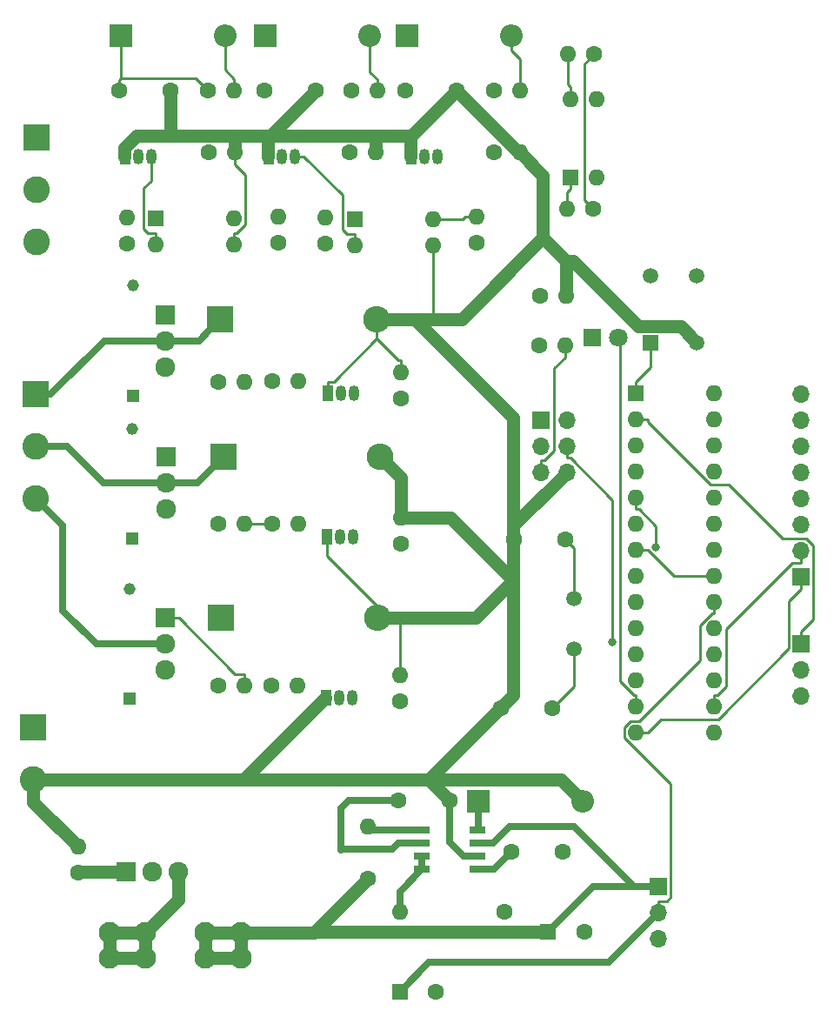
<source format=gbr>
%TF.GenerationSoftware,KiCad,Pcbnew,7.0.1*%
%TF.CreationDate,2023-05-14T18:13:28-07:00*%
%TF.ProjectId,BasicBitch328pThingy,42617369-6342-4697-9463-683332387054,rev?*%
%TF.SameCoordinates,Original*%
%TF.FileFunction,Copper,L1,Top*%
%TF.FilePolarity,Positive*%
%FSLAX46Y46*%
G04 Gerber Fmt 4.6, Leading zero omitted, Abs format (unit mm)*
G04 Created by KiCad (PCBNEW 7.0.1) date 2023-05-14 18:13:28*
%MOMM*%
%LPD*%
G01*
G04 APERTURE LIST*
%TA.AperFunction,ComponentPad*%
%ADD10R,1.050000X1.500000*%
%TD*%
%TA.AperFunction,ComponentPad*%
%ADD11O,1.050000X1.500000*%
%TD*%
%TA.AperFunction,ComponentPad*%
%ADD12C,1.600000*%
%TD*%
%TA.AperFunction,ComponentPad*%
%ADD13O,1.600000X1.600000*%
%TD*%
%TA.AperFunction,ComponentPad*%
%ADD14R,2.600000X2.600000*%
%TD*%
%TA.AperFunction,ComponentPad*%
%ADD15C,2.600000*%
%TD*%
%TA.AperFunction,ComponentPad*%
%ADD16R,1.700000X1.700000*%
%TD*%
%TA.AperFunction,ComponentPad*%
%ADD17O,1.700000X1.700000*%
%TD*%
%TA.AperFunction,ComponentPad*%
%ADD18R,1.600000X1.600000*%
%TD*%
%TA.AperFunction,ComponentPad*%
%ADD19O,2.600000X2.600000*%
%TD*%
%TA.AperFunction,ComponentPad*%
%ADD20R,1.150000X1.150000*%
%TD*%
%TA.AperFunction,ComponentPad*%
%ADD21C,1.150000*%
%TD*%
%TA.AperFunction,ComponentPad*%
%ADD22R,1.500000X1.500000*%
%TD*%
%TA.AperFunction,ComponentPad*%
%ADD23C,1.500000*%
%TD*%
%TA.AperFunction,ComponentPad*%
%ADD24R,1.920000X1.920000*%
%TD*%
%TA.AperFunction,ComponentPad*%
%ADD25C,1.920000*%
%TD*%
%TA.AperFunction,ComponentPad*%
%ADD26R,1.800000X1.800000*%
%TD*%
%TA.AperFunction,ComponentPad*%
%ADD27C,1.800000*%
%TD*%
%TA.AperFunction,SMDPad,CuDef*%
%ADD28R,1.528000X0.650000*%
%TD*%
%TA.AperFunction,ComponentPad*%
%ADD29C,2.100000*%
%TD*%
%TA.AperFunction,ComponentPad*%
%ADD30R,2.200000X2.200000*%
%TD*%
%TA.AperFunction,ComponentPad*%
%ADD31O,2.200000X2.200000*%
%TD*%
%TA.AperFunction,ViaPad*%
%ADD32C,0.800000*%
%TD*%
%TA.AperFunction,Conductor*%
%ADD33C,1.270000*%
%TD*%
%TA.AperFunction,Conductor*%
%ADD34C,0.250000*%
%TD*%
%TA.AperFunction,Conductor*%
%ADD35C,0.635000*%
%TD*%
G04 APERTURE END LIST*
D10*
%TO.P,Q4,1,S*%
%TO.N,GND*%
X122231400Y-62823200D03*
D11*
%TO.P,Q4,2,G*%
%TO.N,Net-(D3-A)*%
X123501400Y-62823200D03*
%TO.P,Q4,3,D*%
%TO.N,Net-(Q4-D)*%
X124771400Y-62823200D03*
%TD*%
D12*
%TO.P,R12,1*%
%TO.N,Net-(Q7-Pad1)*%
X122529500Y-98617400D03*
D13*
%TO.P,R12,2*%
%TO.N,Net-(Q6-D)*%
X125069500Y-98617400D03*
%TD*%
D14*
%TO.P,P1,1,Pin_1*%
%TO.N,Net-(P1-Pin_1)*%
X99267300Y-118419900D03*
D15*
%TO.P,P1,2,Pin_2*%
%TO.N,GND*%
X99267300Y-123499900D03*
%TD*%
D16*
%TO.P,J4,1,Pin_1*%
%TO.N,D8*%
X174006800Y-103743400D03*
D17*
%TO.P,J4,2,Pin_2*%
%TO.N,D10*%
X174006800Y-101203400D03*
%TO.P,J4,3,Pin_3*%
%TO.N,A0*%
X174006800Y-98663400D03*
%TO.P,J4,4,Pin_4*%
%TO.N,A1*%
X174006800Y-96123400D03*
%TO.P,J4,5,Pin_5*%
%TO.N,A2*%
X174006800Y-93583400D03*
%TO.P,J4,6,Pin_6*%
%TO.N,A3*%
X174006800Y-91043400D03*
%TO.P,J4,7,Pin_7*%
%TO.N,A4*%
X174006800Y-88503400D03*
%TO.P,J4,8,Pin_8*%
%TO.N,A5*%
X174006800Y-85963400D03*
%TD*%
D12*
%TO.P,C5,1*%
%TO.N,Net-(IC1-~{SHUTDOWN}{slash}SOFT-START)*%
X145828600Y-130529000D03*
%TO.P,C5,2*%
%TO.N,GND*%
X150828600Y-130529000D03*
%TD*%
D18*
%TO.P,C7,1*%
%TO.N,+5V*%
X134946200Y-144099100D03*
D12*
%TO.P,C7,2*%
%TO.N,GND*%
X138446200Y-144099100D03*
%TD*%
%TO.P,R15,1*%
%TO.N,Net-(D7-K)*%
X148641100Y-76394400D03*
D13*
%TO.P,R15,2*%
%TO.N,GND*%
X151181100Y-76394400D03*
%TD*%
D14*
%TO.P,D2,1,K*%
%TO.N,/Output/Output*%
X117493300Y-78676900D03*
D19*
%TO.P,D2,2,A*%
%TO.N,GND*%
X132733300Y-78676900D03*
%TD*%
D20*
%TO.P,Z1,1*%
%TO.N,+VDC*%
X108992100Y-86114500D03*
D21*
%TO.P,Z1,2*%
%TO.N,Net-(Q3-Pad1)*%
X108992100Y-75414500D03*
%TD*%
D12*
%TO.P,R8,1*%
%TO.N,/Input2/Input*%
X144126800Y-56452900D03*
D13*
%TO.P,R8,2*%
%TO.N,Net-(D4-A)*%
X146666800Y-56452900D03*
%TD*%
D22*
%TO.P,S1,1,NO_1*%
%TO.N,Reset*%
X159376100Y-80957600D03*
D23*
%TO.P,S1,2,NO_2*%
%TO.N,unconnected-(S1-NO_2-Pad2)*%
X159376100Y-74457600D03*
%TO.P,S1,3,COM_1*%
%TO.N,GND*%
X163876100Y-80957600D03*
%TO.P,S1,4,COM_2*%
%TO.N,unconnected-(S1-COM_2-Pad4)*%
X163876100Y-74457600D03*
%TD*%
D12*
%TO.P,R23,1*%
%TO.N,+5V*%
X108389200Y-71333400D03*
D13*
%TO.P,R23,2*%
%TO.N,Net-(R23-Pad2)*%
X108389200Y-68793400D03*
%TD*%
D24*
%TO.P,Q10,1*%
%TO.N,Net-(Q10-Pad1)*%
X112151800Y-107751900D03*
D25*
%TO.P,Q10,2*%
%TO.N,/Output2/Output*%
X112151800Y-110291900D03*
%TO.P,Q10,3*%
%TO.N,+VDC*%
X112151800Y-112831900D03*
%TD*%
D18*
%TO.P,C6,1*%
%TO.N,+VDC*%
X149389100Y-138315000D03*
D12*
%TO.P,C6,2*%
%TO.N,GND*%
X152889100Y-138315000D03*
%TD*%
D24*
%TO.P,Q7,1*%
%TO.N,Net-(Q7-Pad1)*%
X112173000Y-92048800D03*
D25*
%TO.P,Q7,2*%
%TO.N,/Output1/Output*%
X112173000Y-94588800D03*
%TO.P,Q7,3*%
%TO.N,+VDC*%
X112173000Y-97128800D03*
%TD*%
D12*
%TO.P,R13,1*%
%TO.N,Net-(Q8-Pad1)*%
X103661100Y-132576500D03*
D13*
%TO.P,R13,2*%
%TO.N,GND*%
X103661100Y-130036500D03*
%TD*%
D12*
%TO.P,R11,1*%
%TO.N,+VDC*%
X117301200Y-98617400D03*
D13*
%TO.P,R11,2*%
%TO.N,Net-(Q7-Pad1)*%
X119841200Y-98617400D03*
%TD*%
D24*
%TO.P,Q3,1*%
%TO.N,Net-(Q3-Pad1)*%
X112126700Y-78247700D03*
D25*
%TO.P,Q3,2*%
%TO.N,/Output/Output*%
X112126700Y-80787700D03*
%TO.P,Q3,3*%
%TO.N,+VDC*%
X112126700Y-83327700D03*
%TD*%
D20*
%TO.P,Z3,1*%
%TO.N,+VDC*%
X108613400Y-115605500D03*
D21*
%TO.P,Z3,2*%
%TO.N,Net-(Q10-Pad1)*%
X108613400Y-104905500D03*
%TD*%
D12*
%TO.P,C1,1*%
%TO.N,/Input/Input*%
X107663600Y-56452900D03*
%TO.P,C1,2*%
%TO.N,GND*%
X112663600Y-56452900D03*
%TD*%
D18*
%TO.P,U4,1*%
%TO.N,Net-(R24-Pad2)*%
X130547400Y-68965700D03*
D13*
%TO.P,U4,2*%
%TO.N,Net-(Q4-D)*%
X130547400Y-71505700D03*
%TO.P,U4,3*%
%TO.N,GND*%
X138167400Y-71505700D03*
%TO.P,U4,4*%
%TO.N,Input2*%
X138167400Y-68965700D03*
%TD*%
D18*
%TO.P,U1,1,~{RESET}/PC6*%
%TO.N,Reset*%
X157950500Y-85892000D03*
D13*
%TO.P,U1,2,PD0*%
%TO.N,RXttl*%
X157950500Y-88432000D03*
%TO.P,U1,3,PD1*%
%TO.N,TXttl*%
X157950500Y-90972000D03*
%TO.P,U1,4,PD2*%
%TO.N,Input3*%
X157950500Y-93512000D03*
%TO.P,U1,5,PD3*%
%TO.N,Input1*%
X157950500Y-96052000D03*
%TO.P,U1,6,PD4*%
%TO.N,Input2*%
X157950500Y-98592000D03*
%TO.P,U1,7,VCC*%
%TO.N,+5V*%
X157950500Y-101132000D03*
%TO.P,U1,8,GND*%
%TO.N,GND*%
X157950500Y-103672000D03*
%TO.P,U1,9,XTAL1/PB6*%
%TO.N,Net-(U1-XTAL1{slash}PB6)*%
X157950500Y-106212000D03*
%TO.P,U1,10,XTAL2/PB7*%
%TO.N,Net-(U1-XTAL2{slash}PB7)*%
X157950500Y-108752000D03*
%TO.P,U1,11,PD5*%
%TO.N,Output1*%
X157950500Y-111292000D03*
%TO.P,U1,12,PD6*%
%TO.N,Output2*%
X157950500Y-113832000D03*
%TO.P,U1,13,PD7*%
%TO.N,LED*%
X157950500Y-116372000D03*
%TO.P,U1,14,PB0*%
%TO.N,D8*%
X157950500Y-118912000D03*
%TO.P,U1,15,PB1*%
%TO.N,Output3*%
X165570500Y-118912000D03*
%TO.P,U1,16,PB2*%
%TO.N,D10*%
X165570500Y-116372000D03*
%TO.P,U1,17,PB3*%
%TO.N,MOSI*%
X165570500Y-113832000D03*
%TO.P,U1,18,PB4*%
%TO.N,MISO*%
X165570500Y-111292000D03*
%TO.P,U1,19,PB5*%
%TO.N,SCK*%
X165570500Y-108752000D03*
%TO.P,U1,20,AVCC*%
%TO.N,+5V*%
X165570500Y-106212000D03*
%TO.P,U1,21,AREF*%
X165570500Y-103672000D03*
%TO.P,U1,22,GND*%
%TO.N,GND*%
X165570500Y-101132000D03*
%TO.P,U1,23,PC0*%
%TO.N,A0*%
X165570500Y-98592000D03*
%TO.P,U1,24,PC1*%
%TO.N,A1*%
X165570500Y-96052000D03*
%TO.P,U1,25,PC2*%
%TO.N,A2*%
X165570500Y-93512000D03*
%TO.P,U1,26,PC3*%
%TO.N,A3*%
X165570500Y-90972000D03*
%TO.P,U1,27,PC4*%
%TO.N,A4*%
X165570500Y-88432000D03*
%TO.P,U1,28,PC5*%
%TO.N,A5*%
X165570500Y-85892000D03*
%TD*%
D26*
%TO.P,D7,1,K*%
%TO.N,Net-(D7-K)*%
X153666000Y-80451800D03*
D27*
%TO.P,D7,2,A*%
%TO.N,LED*%
X156206000Y-80451800D03*
%TD*%
D16*
%TO.P,J1,1,Pin_1*%
%TO.N,+VDC*%
X160144200Y-133936100D03*
D17*
%TO.P,J1,2,Pin_2*%
%TO.N,+5V*%
X160144200Y-136476100D03*
%TO.P,J1,3,Pin_3*%
%TO.N,GND*%
X160144200Y-139016100D03*
%TD*%
D10*
%TO.P,Q6,1,S*%
%TO.N,GND*%
X127879000Y-99839800D03*
D11*
%TO.P,Q6,2,G*%
%TO.N,Output2*%
X129149000Y-99839800D03*
%TO.P,Q6,3,D*%
%TO.N,Net-(Q6-D)*%
X130419000Y-99839800D03*
%TD*%
D10*
%TO.P,Q2,1,S*%
%TO.N,GND*%
X127966500Y-85867900D03*
D11*
%TO.P,Q2,2,G*%
%TO.N,Output1*%
X129236500Y-85867900D03*
%TO.P,Q2,3,D*%
%TO.N,Net-(Q2-D)*%
X130506500Y-85867900D03*
%TD*%
D18*
%TO.P,U3,1*%
%TO.N,Net-(R23-Pad2)*%
X111168000Y-68889200D03*
D13*
%TO.P,U3,2*%
%TO.N,Net-(Q1-D)*%
X111168000Y-71429200D03*
%TO.P,U3,3*%
%TO.N,GND*%
X118788000Y-71429200D03*
%TO.P,U3,4*%
%TO.N,Input1*%
X118788000Y-68889200D03*
%TD*%
D12*
%TO.P,R25,1*%
%TO.N,+5V*%
X153755200Y-67926700D03*
D13*
%TO.P,R25,2*%
%TO.N,Net-(R25-Pad2)*%
X151215200Y-67926700D03*
%TD*%
D24*
%TO.P,Q8,1*%
%TO.N,Net-(Q8-Pad1)*%
X108280000Y-132418500D03*
D25*
%TO.P,Q8,2*%
%TO.N,Net-(P1-Pin_1)*%
X110820000Y-132418500D03*
%TO.P,Q8,3*%
%TO.N,Net-(Q8-Pad3)*%
X113360000Y-132418500D03*
%TD*%
D20*
%TO.P,Z2,1*%
%TO.N,+VDC*%
X108894000Y-100059500D03*
D21*
%TO.P,Z2,2*%
%TO.N,Net-(Q7-Pad1)*%
X108894000Y-89359500D03*
%TD*%
D12*
%TO.P,C3,1*%
%TO.N,/Input2/Input*%
X135489800Y-56452900D03*
%TO.P,C3,2*%
%TO.N,GND*%
X140489800Y-56452900D03*
%TD*%
D28*
%TO.P,IC1,1,ERROR_FLAG*%
%TO.N,Net-(IC1-ERROR_FLAG)*%
X137127000Y-128424300D03*
%TO.P,IC1,2,DELAY*%
%TO.N,Net-(IC1-DELAY)*%
X137127000Y-129694300D03*
%TO.P,IC1,3,BIAS_SUPPLY*%
%TO.N,+5V*%
X137127000Y-130964300D03*
%TO.P,IC1,4,FEEDBACK*%
X137127000Y-132234300D03*
%TO.P,IC1,5,~{SHUTDOWN}/SOFT-START*%
%TO.N,Net-(IC1-~{SHUTDOWN}{slash}SOFT-START)*%
X142549000Y-132234300D03*
%TO.P,IC1,6,GROUND*%
%TO.N,GND*%
X142549000Y-130964300D03*
%TO.P,IC1,7,+VIN*%
%TO.N,+VDC*%
X142549000Y-129694300D03*
%TO.P,IC1,8,OUTPUT*%
%TO.N,Net-(D6-K)*%
X142549000Y-128424300D03*
%TD*%
D12*
%TO.P,R9,1*%
%TO.N,Net-(D4-A)*%
X144097800Y-62463200D03*
D13*
%TO.P,R9,2*%
%TO.N,GND*%
X146637800Y-62463200D03*
%TD*%
D29*
%TO.P,U2,1,1*%
%TO.N,+VDC*%
X119487100Y-138354600D03*
%TO.P,U2,2,2*%
X115987100Y-138354600D03*
%TO.P,U2,3,3*%
%TO.N,Net-(Q8-Pad3)*%
X110187100Y-138354600D03*
%TO.P,U2,4,4*%
X106687100Y-138354600D03*
%TO.P,U2,5,5*%
X106687100Y-140854600D03*
%TO.P,U2,6,6*%
X110187100Y-140854600D03*
%TO.P,U2,7,7*%
%TO.N,+VDC*%
X115987100Y-140854600D03*
%TO.P,U2,8,8*%
X119487100Y-140854600D03*
%TD*%
D10*
%TO.P,Q5,1,S*%
%TO.N,GND*%
X136105400Y-62823200D03*
D11*
%TO.P,Q5,2,G*%
%TO.N,Net-(D4-A)*%
X137375400Y-62823200D03*
%TO.P,Q5,3,D*%
%TO.N,Net-(Q5-D)*%
X138645400Y-62823200D03*
%TD*%
D16*
%TO.P,J3,1,Pin_1*%
%TO.N,MISO*%
X148671400Y-88472200D03*
D17*
%TO.P,J3,2,Pin_2*%
%TO.N,+5V*%
X151211400Y-88472200D03*
%TO.P,J3,3,Pin_3*%
%TO.N,SCK*%
X148671400Y-91012200D03*
%TO.P,J3,4,Pin_4*%
%TO.N,MOSI*%
X151211400Y-91012200D03*
%TO.P,J3,5,Pin_5*%
%TO.N,Reset*%
X148671400Y-93552200D03*
%TO.P,J3,6,Pin_6*%
%TO.N,GND*%
X151211400Y-93552200D03*
%TD*%
D14*
%TO.P,D5,1,K*%
%TO.N,/Output1/Output*%
X117768900Y-92079500D03*
D19*
%TO.P,D5,2,A*%
%TO.N,GND*%
X133008900Y-92079500D03*
%TD*%
D12*
%TO.P,R5,1*%
%TO.N,Net-(Q3-Pad1)*%
X122534200Y-84695500D03*
D13*
%TO.P,R5,2*%
%TO.N,Net-(Q2-D)*%
X125074200Y-84695500D03*
%TD*%
D12*
%TO.P,R1,1*%
%TO.N,/Input/Input*%
X116300600Y-56452900D03*
D13*
%TO.P,R1,2*%
%TO.N,Net-(D1-A)*%
X118840600Y-56452900D03*
%TD*%
D10*
%TO.P,Q9,1,S*%
%TO.N,GND*%
X127780000Y-115511100D03*
D11*
%TO.P,Q9,2,G*%
%TO.N,Output3*%
X129050000Y-115511100D03*
%TO.P,Q9,3,D*%
%TO.N,Net-(Q9-D)*%
X130320000Y-115511100D03*
%TD*%
D12*
%TO.P,R20,1*%
%TO.N,+5V*%
X123083900Y-71239000D03*
D13*
%TO.P,R20,2*%
%TO.N,Input1*%
X123083900Y-68699000D03*
%TD*%
D12*
%TO.P,C4,1*%
%TO.N,Net-(IC1-DELAY)*%
X134768500Y-125526600D03*
%TO.P,C4,2*%
%TO.N,GND*%
X139768500Y-125526600D03*
%TD*%
%TO.P,R4,1*%
%TO.N,+VDC*%
X117258100Y-84812700D03*
D13*
%TO.P,R4,2*%
%TO.N,Net-(Q3-Pad1)*%
X119798100Y-84812700D03*
%TD*%
D14*
%TO.P,Z4,1,Pin_1*%
%TO.N,/Input/Input*%
X99561700Y-60980800D03*
D15*
%TO.P,Z4,2,Pin_2*%
%TO.N,/Input1/Input*%
X99561700Y-66060800D03*
%TO.P,Z4,3,Pin_3*%
%TO.N,/Input2/Input*%
X99561700Y-71140800D03*
%TD*%
D12*
%TO.P,R21,1*%
%TO.N,+5V*%
X142445500Y-71260100D03*
D13*
%TO.P,R21,2*%
%TO.N,Input2*%
X142445500Y-68720100D03*
%TD*%
D12*
%TO.P,R7,1*%
%TO.N,Net-(D3-A)*%
X130106200Y-62463200D03*
D13*
%TO.P,R7,2*%
%TO.N,GND*%
X132646200Y-62463200D03*
%TD*%
D18*
%TO.P,U5,1*%
%TO.N,Net-(R25-Pad2)*%
X151546000Y-64849700D03*
D13*
%TO.P,U5,2*%
%TO.N,Net-(Q5-D)*%
X154086000Y-64849700D03*
%TO.P,U5,3*%
%TO.N,GND*%
X154086000Y-57229700D03*
%TO.P,U5,4*%
%TO.N,Input3*%
X151546000Y-57229700D03*
%TD*%
D30*
%TO.P,D1,1,K*%
%TO.N,/Input/Input*%
X107780800Y-51098700D03*
D31*
%TO.P,D1,2,A*%
%TO.N,Net-(D1-A)*%
X117940800Y-51098700D03*
%TD*%
D12*
%TO.P,R18,1*%
%TO.N,+VDC*%
X117254000Y-114325600D03*
D13*
%TO.P,R18,2*%
%TO.N,Net-(Q10-Pad1)*%
X119794000Y-114325600D03*
%TD*%
D12*
%TO.P,R19,1*%
%TO.N,Net-(Q10-Pad1)*%
X122464900Y-114325600D03*
D13*
%TO.P,R19,2*%
%TO.N,Net-(Q9-D)*%
X125004900Y-114325600D03*
%TD*%
D12*
%TO.P,C9,1*%
%TO.N,Net-(U1-XTAL2{slash}PB7)*%
X149827500Y-116521900D03*
%TO.P,C9,2*%
%TO.N,GND*%
X144827500Y-116521900D03*
%TD*%
%TO.P,R17,1*%
%TO.N,Output3*%
X135009900Y-115862800D03*
D13*
%TO.P,R17,2*%
%TO.N,GND*%
X135009900Y-113322800D03*
%TD*%
D30*
%TO.P,D4,1,K*%
%TO.N,/Input2/Input*%
X135649100Y-51098700D03*
D31*
%TO.P,D4,2,A*%
%TO.N,Net-(D4-A)*%
X145809100Y-51098700D03*
%TD*%
D16*
%TO.P,J2,1,Pin_1*%
%TO.N,RXttl*%
X174006800Y-110277800D03*
D17*
%TO.P,J2,2,Pin_2*%
%TO.N,TXttl*%
X174006800Y-112817800D03*
%TO.P,J2,3,Pin_3*%
%TO.N,GND*%
X174006800Y-115357800D03*
%TD*%
D12*
%TO.P,C2,1*%
%TO.N,/Input1/Input*%
X121772100Y-56452900D03*
%TO.P,C2,2*%
%TO.N,GND*%
X126772100Y-56452900D03*
%TD*%
D14*
%TO.P,Z5,1,Pin_1*%
%TO.N,/Output/Output*%
X99515000Y-85987000D03*
D15*
%TO.P,Z5,2,Pin_2*%
%TO.N,/Output1/Output*%
X99515000Y-91067000D03*
%TO.P,Z5,3,Pin_3*%
%TO.N,/Output2/Output*%
X99515000Y-96147000D03*
%TD*%
D12*
%TO.P,R10,1*%
%TO.N,Output2*%
X135070000Y-100543300D03*
D13*
%TO.P,R10,2*%
%TO.N,GND*%
X135070000Y-98003300D03*
%TD*%
D12*
%TO.P,R22,1*%
%TO.N,+5V*%
X153853200Y-52890000D03*
D13*
%TO.P,R22,2*%
%TO.N,Input3*%
X151313200Y-52890000D03*
%TD*%
D12*
%TO.P,R24,1*%
%TO.N,+5V*%
X127677500Y-71361100D03*
D13*
%TO.P,R24,2*%
%TO.N,Net-(R24-Pad2)*%
X127677500Y-68821100D03*
%TD*%
D30*
%TO.P,D3,1,K*%
%TO.N,/Input1/Input*%
X121887900Y-51098700D03*
D31*
%TO.P,D3,2,A*%
%TO.N,Net-(D3-A)*%
X132047900Y-51098700D03*
%TD*%
D12*
%TO.P,L1,1,1*%
%TO.N,Net-(D6-K)*%
X145098200Y-136326100D03*
D13*
%TO.P,L1,2,2*%
%TO.N,+5V*%
X134938200Y-136326100D03*
%TD*%
D12*
%TO.P,R14,1*%
%TO.N,+VDC*%
X131826200Y-133138800D03*
D13*
%TO.P,R14,2*%
%TO.N,Net-(IC1-ERROR_FLAG)*%
X131826200Y-128058800D03*
%TD*%
D10*
%TO.P,Q1,1,S*%
%TO.N,GND*%
X108201100Y-62823200D03*
D11*
%TO.P,Q1,2,G*%
%TO.N,Net-(D1-A)*%
X109471100Y-62823200D03*
%TO.P,Q1,3,D*%
%TO.N,Net-(Q1-D)*%
X110741100Y-62823200D03*
%TD*%
D12*
%TO.P,R16,1*%
%TO.N,+5V*%
X148507800Y-81261100D03*
D13*
%TO.P,R16,2*%
%TO.N,Reset*%
X151047800Y-81261100D03*
%TD*%
D12*
%TO.P,C8,1*%
%TO.N,Net-(U1-XTAL1{slash}PB6)*%
X151058000Y-100102700D03*
%TO.P,C8,2*%
%TO.N,GND*%
X146058000Y-100102700D03*
%TD*%
D14*
%TO.P,D8,1,K*%
%TO.N,/Output2/Output*%
X117525000Y-107691500D03*
D19*
%TO.P,D8,2,A*%
%TO.N,GND*%
X132765000Y-107691500D03*
%TD*%
D30*
%TO.P,D6,1,K*%
%TO.N,Net-(D6-K)*%
X142583000Y-125604700D03*
D31*
%TO.P,D6,2,A*%
%TO.N,GND*%
X152743000Y-125604700D03*
%TD*%
D23*
%TO.P,Y1,1,1*%
%TO.N,Net-(U1-XTAL1{slash}PB6)*%
X151906200Y-105860600D03*
%TO.P,Y1,2,2*%
%TO.N,Net-(U1-XTAL2{slash}PB7)*%
X151906200Y-110740600D03*
%TD*%
D12*
%TO.P,R2,1*%
%TO.N,Net-(D1-A)*%
X116310700Y-62463200D03*
D13*
%TO.P,R2,2*%
%TO.N,GND*%
X118850700Y-62463200D03*
%TD*%
D12*
%TO.P,R6,1*%
%TO.N,/Input1/Input*%
X130213700Y-56452900D03*
D13*
%TO.P,R6,2*%
%TO.N,Net-(D3-A)*%
X132753700Y-56452900D03*
%TD*%
D12*
%TO.P,R3,1*%
%TO.N,Output1*%
X135079100Y-86376000D03*
D13*
%TO.P,R3,2*%
%TO.N,GND*%
X135079100Y-83836000D03*
%TD*%
D32*
%TO.N,Input1*%
X159875400Y-100858600D03*
%TO.N,MOSI*%
X155680000Y-110092000D03*
%TD*%
D33*
%TO.N,GND*%
X136380000Y-78676900D02*
X132733300Y-78676900D01*
D34*
%TO.N,/Input/Input*%
X107781000Y-51098700D02*
X107781000Y-53186800D01*
X107781000Y-53186800D02*
X107780800Y-53186600D01*
X107780800Y-53186600D02*
X107780800Y-51098700D01*
X107664000Y-55392100D02*
X107781000Y-55274900D01*
X115123000Y-55274900D02*
X116300600Y-56452500D01*
X107781000Y-55274900D02*
X115123000Y-55274900D01*
X107781000Y-53186800D02*
X107781000Y-55274900D01*
X107664000Y-56452900D02*
X107664000Y-55392100D01*
D33*
%TO.N,GND*%
X151181000Y-74726800D02*
X151181000Y-73059300D01*
X135070000Y-98003300D02*
X139889000Y-98003300D01*
X132646000Y-60879200D02*
X132595000Y-60828200D01*
D34*
X145952000Y-112318900D02*
X145978000Y-112292900D01*
X119069300Y-70304100D02*
X119913700Y-69459700D01*
D33*
X132595000Y-60828200D02*
X135916000Y-60828200D01*
X108111000Y-62744400D02*
X108111000Y-62823200D01*
D34*
X132733000Y-78676900D02*
X132733000Y-80595200D01*
X134849000Y-82710900D02*
X135079000Y-82710900D01*
X118788000Y-70304100D02*
X119069300Y-70304100D01*
D33*
X138167400Y-78676900D02*
X136380000Y-78676900D01*
X151181000Y-75977500D02*
X151181000Y-75560600D01*
X145978000Y-104092000D02*
X145978000Y-100102700D01*
D34*
X136105000Y-61965600D02*
X136105000Y-62823200D01*
D33*
X99267300Y-123500000D02*
X119701000Y-123500000D01*
X151181000Y-73059300D02*
X148885000Y-70762800D01*
X122397000Y-60828200D02*
X122141000Y-61083500D01*
X122141000Y-61953300D02*
X122141000Y-62823200D01*
X145978000Y-88274700D02*
X145978000Y-98786000D01*
X136015000Y-60927200D02*
X140490000Y-56452900D01*
X151865000Y-73059300D02*
X151181000Y-73059300D01*
D34*
X135010000Y-113323000D02*
X135010000Y-110507000D01*
D33*
X136015000Y-61875200D02*
X136015000Y-62823200D01*
X163876000Y-80957600D02*
X162291000Y-79372600D01*
X118851000Y-62463200D02*
X118851000Y-61068400D01*
X135070000Y-98003300D02*
X135070000Y-94140600D01*
X145952000Y-109675000D02*
X145952000Y-112318900D01*
X148885000Y-64710000D02*
X148885000Y-70762800D01*
X126930000Y-116271000D02*
X127690000Y-115511000D01*
X158178000Y-79372600D02*
X151865000Y-73059300D01*
X144773800Y-116468200D02*
X137742000Y-123500000D01*
X136015000Y-60927200D02*
X136015000Y-61875200D01*
D34*
X133888000Y-107691000D02*
X127879000Y-101682000D01*
D33*
X122397000Y-60828200D02*
X118611000Y-60828200D01*
X151181000Y-76394400D02*
X151181000Y-76185900D01*
X139889000Y-98003300D02*
X145978000Y-104092000D01*
X135070000Y-94140600D02*
X133009000Y-92079500D01*
X108111000Y-62034800D02*
X108111000Y-62744400D01*
X119701000Y-123500000D02*
X126930000Y-116271000D01*
D34*
X136015000Y-61875200D02*
X136105000Y-61965600D01*
D33*
X103660800Y-130036800D02*
X99267300Y-125643000D01*
X122397000Y-60828200D02*
X132595000Y-60828200D01*
D34*
X118788000Y-71429200D02*
X118788000Y-70304100D01*
D33*
X118611000Y-60828200D02*
X112468000Y-60828200D01*
X99267300Y-125643000D02*
X99267300Y-124571500D01*
X137742000Y-123500000D02*
X119701000Y-123500000D01*
D34*
X135009900Y-110507100D02*
X135009900Y-113322800D01*
X151181000Y-74726900D02*
X151181000Y-75560600D01*
D35*
X141150000Y-130964000D02*
X139768000Y-129583000D01*
D33*
X148885000Y-70762800D02*
X140971000Y-78676900D01*
D34*
X122141000Y-61953300D02*
X122231000Y-62043700D01*
D33*
X145978000Y-98786000D02*
X151211000Y-93552200D01*
D34*
X135079000Y-82710900D02*
X135079000Y-83273400D01*
D33*
X118851000Y-61068400D02*
X118611000Y-60828200D01*
D34*
X151181000Y-75560600D02*
X151181000Y-75977500D01*
D33*
X99267300Y-124571500D02*
X99267300Y-123500000D01*
D34*
X128536000Y-84792800D02*
X127966000Y-84792800D01*
X118850700Y-63025700D02*
X118850700Y-63588300D01*
X127966000Y-84792800D02*
X127966000Y-85330300D01*
X126930000Y-116271000D02*
X126930000Y-115511000D01*
X135010000Y-110507000D02*
X135010000Y-107691000D01*
D33*
X122141000Y-61083500D02*
X122141000Y-61953300D01*
X132765000Y-107691000D02*
X133888000Y-107691000D01*
D34*
X127879000Y-101682000D02*
X127879000Y-99839800D01*
X151181000Y-74726800D02*
X151181000Y-74726900D01*
D33*
X133888000Y-107691000D02*
X135010000Y-107691000D01*
D34*
X145978000Y-112292900D02*
X145978000Y-109649000D01*
D33*
X135010000Y-107691000D02*
X142378000Y-107691000D01*
D34*
X122231000Y-62043700D02*
X122231000Y-62823200D01*
D33*
X126772000Y-56452900D02*
X122397000Y-60828200D01*
X150638000Y-123500000D02*
X137742000Y-123500000D01*
D34*
X138167400Y-71505700D02*
X138167400Y-78676900D01*
D33*
X146638000Y-62463200D02*
X148885000Y-64710000D01*
X112664000Y-60632800D02*
X112468000Y-60828200D01*
X139768000Y-125527000D02*
X137742000Y-123500000D01*
D34*
X119913700Y-69459700D02*
X119913700Y-64651300D01*
X132733000Y-80595200D02*
X128536000Y-84792800D01*
D33*
X109318000Y-60828200D02*
X108111000Y-62034800D01*
X162291000Y-79372600D02*
X158178000Y-79372600D01*
X145978000Y-100102700D02*
X145978000Y-98786000D01*
D34*
X132733000Y-80595200D02*
X134849000Y-82710900D01*
D33*
X145952000Y-112318900D02*
X145952000Y-115290000D01*
X151181000Y-76185900D02*
X151181000Y-75977500D01*
X151181000Y-74726900D02*
X151181000Y-74726800D01*
D34*
X126930000Y-115511000D02*
X127690000Y-115511000D01*
D35*
X139768000Y-129583000D02*
X139768000Y-125527000D01*
D33*
X135916000Y-60828200D02*
X136015000Y-60927200D01*
X112664000Y-56452900D02*
X112664000Y-60632800D01*
X142378000Y-107691000D02*
X145978000Y-104092000D01*
X152742900Y-125604800D02*
X150638000Y-123500000D01*
X140971000Y-78676900D02*
X138167400Y-78676900D01*
X145952000Y-115290000D02*
X144773800Y-116468200D01*
X145978000Y-104092000D02*
X145978000Y-109649000D01*
D35*
X142549000Y-130964000D02*
X141150000Y-130964000D01*
D33*
X140490000Y-56452900D02*
X146500000Y-62463200D01*
X136380000Y-78676900D02*
X145978000Y-88274700D01*
X112468000Y-60828200D02*
X109318000Y-60828200D01*
X151181000Y-75560600D02*
X151181000Y-74726900D01*
D34*
X119913700Y-64651300D02*
X118850700Y-63588300D01*
D33*
X132646000Y-62463200D02*
X132646000Y-60879200D01*
D34*
X135010000Y-110507000D02*
X135009900Y-110507100D01*
D35*
%TO.N,Net-(IC1-DELAY)*%
X137126700Y-129694000D02*
X134824000Y-129694000D01*
X129247000Y-130355000D02*
X129247000Y-126239000D01*
X129317000Y-130286000D02*
X129247000Y-130355000D01*
X129247000Y-126239000D02*
X129960000Y-125527000D01*
X134824000Y-129694000D02*
X134233000Y-130286000D01*
X134233000Y-130286000D02*
X129317000Y-130286000D01*
X129960000Y-125527000D02*
X134768000Y-125527000D01*
%TO.N,Net-(IC1-~{SHUTDOWN}{slash}SOFT-START)*%
X142549300Y-132234000D02*
X144123000Y-132234000D01*
X145147000Y-131211000D02*
X145488000Y-130870000D01*
D34*
X145147000Y-131211000D02*
X145488000Y-130870000D01*
D35*
X144123000Y-132234000D02*
X145147000Y-131211000D01*
%TO.N,+VDC*%
X144000000Y-129694000D02*
X145634000Y-128061000D01*
D33*
X119487000Y-140854600D02*
X119487000Y-138355000D01*
D35*
X157762000Y-133936000D02*
X160144000Y-133936000D01*
D33*
X126610000Y-138355000D02*
X119487000Y-138355000D01*
X115987000Y-138355000D02*
X115987000Y-140854600D01*
D35*
X149389100Y-138314900D02*
X153768000Y-133936000D01*
D33*
X119487000Y-138355000D02*
X115987000Y-138355000D01*
D35*
X145634000Y-128061000D02*
X151887000Y-128061000D01*
D33*
X126650000Y-138315000D02*
X149389000Y-138315000D01*
X126650000Y-138315000D02*
X131826000Y-133139000D01*
X126650000Y-138315000D02*
X126610000Y-138355000D01*
D35*
X153768000Y-133936000D02*
X157762000Y-133936000D01*
X151887000Y-128061000D02*
X157762000Y-133936000D01*
X142549000Y-129694000D02*
X144000000Y-129694000D01*
D33*
X115987000Y-140855000D02*
X119487000Y-140855000D01*
D34*
%TO.N,+5V*%
X165570000Y-107337000D02*
X165570000Y-106212000D01*
D35*
X134938000Y-135374000D02*
X134938000Y-134423000D01*
D34*
X160144000Y-135301000D02*
X160952000Y-135301000D01*
X152942000Y-53801000D02*
X152942000Y-67113700D01*
X164156000Y-108519000D02*
X165337000Y-107337000D01*
X137127000Y-131599000D02*
X137127000Y-131916500D01*
X164156000Y-111854000D02*
X164156000Y-108519000D01*
D35*
X137127000Y-131599000D02*
X137127000Y-130964300D01*
D34*
X156802000Y-119379000D02*
X156802000Y-118436000D01*
X152942000Y-67113700D02*
X153755000Y-67926700D01*
X165337000Y-107337000D02*
X165570000Y-107337000D01*
X158223000Y-117787000D02*
X164156000Y-111854000D01*
D35*
X134938000Y-135375000D02*
X134938000Y-135374000D01*
X137747000Y-141298000D02*
X155322000Y-141298000D01*
X155322000Y-141298000D02*
X160144000Y-136476000D01*
D34*
X134938000Y-135375000D02*
X134938000Y-136326000D01*
X161616000Y-103672000D02*
X165570000Y-103672000D01*
X156802000Y-118436000D02*
X157451000Y-117787000D01*
X134938000Y-135374000D02*
X134938000Y-135375000D01*
X161319000Y-123897000D02*
X156802000Y-119379000D01*
D35*
X134938000Y-134423000D02*
X137127000Y-132234000D01*
X137127000Y-131916500D02*
X137127000Y-131599000D01*
D34*
X157950500Y-101132000D02*
X159076000Y-101132000D01*
D35*
X134946200Y-144098800D02*
X137747000Y-141298000D01*
X137127000Y-132234000D02*
X137127000Y-131916500D01*
D34*
X160144000Y-136476000D02*
X160144000Y-135301000D01*
X161319000Y-134934000D02*
X161319000Y-123897000D01*
X157451000Y-117787000D02*
X158223000Y-117787000D01*
X160952000Y-135301000D02*
X161319000Y-134934000D01*
X137127000Y-131916500D02*
X137127000Y-132234000D01*
X153397500Y-53345500D02*
X152942000Y-53801000D01*
X159076000Y-101132000D02*
X161616000Y-103672000D01*
D35*
X134938000Y-136326000D02*
X134938000Y-135375000D01*
D34*
%TO.N,Net-(U1-XTAL1{slash}PB6)*%
X151058000Y-100102700D02*
X151906200Y-100950900D01*
X151906200Y-100950900D02*
X151906200Y-105860600D01*
%TO.N,Net-(U1-XTAL2{slash}PB7)*%
X149827500Y-116521900D02*
X151906200Y-114443200D01*
X151906200Y-114443200D02*
X151906200Y-110740600D01*
%TO.N,Net-(D1-A)*%
X117941000Y-52763300D02*
X117941000Y-51098700D01*
X117941000Y-52763300D02*
X117940800Y-52763100D01*
X117941000Y-54428000D02*
X117941000Y-52763300D01*
X118841000Y-56452900D02*
X118841000Y-55327800D01*
X118841000Y-55327800D02*
X117941000Y-54428000D01*
X117940800Y-52763100D02*
X117940800Y-51098700D01*
D35*
%TO.N,/Output/Output*%
X116438000Y-79732300D02*
X116965500Y-79204600D01*
X100958000Y-85987000D02*
X106157000Y-80787700D01*
X106157000Y-80787700D02*
X112126700Y-80787700D01*
X99515000Y-85987000D02*
X100958000Y-85987000D01*
X115382000Y-80787700D02*
X116438000Y-79732300D01*
X112126700Y-80787700D02*
X115382000Y-80787700D01*
D34*
%TO.N,Net-(D3-A)*%
X132048000Y-52860300D02*
X132048000Y-51098700D01*
X132048000Y-54622000D02*
X132048000Y-52860300D01*
X132754000Y-55327800D02*
X132048000Y-54622000D01*
X132048000Y-52860300D02*
X132047900Y-52860200D01*
X132754000Y-56452900D02*
X132754000Y-55327800D01*
X132047900Y-52860200D02*
X132047900Y-51098700D01*
%TO.N,Net-(D4-A)*%
X145809000Y-52523800D02*
X146667000Y-53381500D01*
X146667000Y-53381500D02*
X146667000Y-56452900D01*
X145809000Y-51811200D02*
X145809000Y-52523800D01*
D35*
%TO.N,/Output1/Output*%
X115260000Y-94588800D02*
X117769000Y-92079500D01*
X112173000Y-94588800D02*
X115260000Y-94588800D01*
X99515000Y-91067000D02*
X102591000Y-91067000D01*
X102591000Y-91067000D02*
X106113000Y-94588800D01*
X106113000Y-94588800D02*
X112173000Y-94588800D01*
%TO.N,Net-(D6-K)*%
X142583000Y-128390000D02*
X142549000Y-128424000D01*
X142583000Y-125605000D02*
X142583000Y-128390000D01*
D34*
%TO.N,LED*%
X157950000Y-115809500D02*
X157950000Y-115247000D01*
X156405000Y-113935000D02*
X156405000Y-80651100D01*
X157950000Y-115247000D02*
X157717000Y-115247000D01*
X157717000Y-115247000D02*
X156405000Y-113935000D01*
D35*
%TO.N,/Output2/Output*%
X102131000Y-98762700D02*
X102131000Y-107028000D01*
X102131000Y-107028000D02*
X105395000Y-110292000D01*
X105395000Y-110292000D02*
X112151800Y-110292000D01*
X99515000Y-96147000D02*
X102131000Y-98762700D01*
%TO.N,Net-(IC1-ERROR_FLAG)*%
X132192000Y-128424000D02*
X131826000Y-128059000D01*
X137126700Y-128424000D02*
X132192000Y-128424000D01*
D34*
%TO.N,RXttl*%
X174007000Y-109103000D02*
X175196000Y-107913000D01*
X175196000Y-107913000D02*
X175196000Y-100695000D01*
X175196000Y-100695000D02*
X174509000Y-100007000D01*
X159076000Y-88432000D02*
X157950500Y-88432000D01*
X166989000Y-94782000D02*
X165192000Y-94782000D01*
X174509000Y-100007000D02*
X172214000Y-100007000D01*
X165192000Y-94782000D02*
X159076000Y-88665200D01*
X174007000Y-109690500D02*
X174007000Y-109103000D01*
X172214000Y-100007000D02*
X166989000Y-94782000D01*
X159076000Y-88665200D02*
X159076000Y-88432000D01*
%TO.N,Input1*%
X159875400Y-98820700D02*
X159875400Y-100858600D01*
X158231800Y-97177100D02*
X159875400Y-98820700D01*
X157950500Y-96052000D02*
X157950500Y-97177100D01*
X157950500Y-97177100D02*
X158231800Y-97177100D01*
%TO.N,Input2*%
X141074800Y-68965700D02*
X141320400Y-68720100D01*
X138167400Y-68965700D02*
X141074800Y-68965700D01*
X142445500Y-68720100D02*
X141320400Y-68720100D01*
%TO.N,Input3*%
X151546000Y-56104600D02*
X151313200Y-55871800D01*
X151313200Y-55871800D02*
X151313200Y-52890000D01*
X151546000Y-57229700D02*
X151546000Y-56104600D01*
%TO.N,Net-(Q7-Pad1)*%
X119841200Y-98617400D02*
X122529500Y-98617400D01*
D33*
%TO.N,Net-(Q8-Pad1)*%
X108279500Y-132419000D02*
X103819000Y-132419000D01*
X103819000Y-132419000D02*
X103779500Y-132458500D01*
X103779500Y-132458500D02*
X103740000Y-132498000D01*
%TO.N,Net-(Q8-Pad3)*%
X110987100Y-137554900D02*
X110187000Y-138355000D01*
X110187000Y-140569000D02*
X110187000Y-138355000D01*
X106687000Y-138355000D02*
X106687000Y-139605000D01*
X110187000Y-138355000D02*
X106687000Y-138355000D01*
D34*
X110987100Y-137554900D02*
X110986800Y-137554900D01*
D33*
X113360000Y-135182000D02*
X110987100Y-137554900D01*
X113360000Y-132419000D02*
X113360000Y-135182000D01*
D34*
X110986800Y-137554900D02*
X110187100Y-138354600D01*
X106687100Y-139605100D02*
X106687100Y-140854600D01*
D33*
X106687000Y-139605000D02*
X106687000Y-140855000D01*
X106687000Y-140855000D02*
X110186700Y-140855000D01*
D34*
X106687000Y-139605000D02*
X106687100Y-139605100D01*
%TO.N,Net-(Q10-Pad1)*%
X112152000Y-107752000D02*
X113437000Y-107752000D01*
X113437000Y-107752000D02*
X118886000Y-113200000D01*
X118886000Y-113200000D02*
X119794000Y-113200000D01*
X119794000Y-113200000D02*
X119794000Y-114325600D01*
%TO.N,Reset*%
X149037000Y-92377100D02*
X148671000Y-92377100D01*
X151048000Y-81261100D02*
X151048000Y-82386200D01*
X149960000Y-91453900D02*
X149037000Y-92377100D01*
X151048000Y-82386200D02*
X149960000Y-83474200D01*
X148671000Y-92377100D02*
X148671000Y-93552200D01*
X157950000Y-85892000D02*
X157950000Y-84766900D01*
X157950000Y-84766900D02*
X159376000Y-83341300D01*
X159376000Y-83341300D02*
X159376000Y-80957600D01*
X149960000Y-83474200D02*
X149960000Y-91453900D01*
%TO.N,D8*%
X172832000Y-106094000D02*
X172832000Y-110738000D01*
X160346000Y-117642000D02*
X159076000Y-118912000D01*
X165927000Y-117642000D02*
X160346000Y-117642000D01*
X159076000Y-118912000D02*
X157950500Y-118912000D01*
X174007000Y-104918000D02*
X172832000Y-106094000D01*
X174007000Y-104330500D02*
X174007000Y-104918000D01*
X172832000Y-110738000D02*
X165927000Y-117642000D01*
%TO.N,D10*%
X174007000Y-102378000D02*
X174007000Y-101790500D01*
X165852000Y-115247000D02*
X166696000Y-114403000D01*
X173176000Y-102378000D02*
X174007000Y-102378000D01*
X165570000Y-116372000D02*
X165570000Y-115247000D01*
X166696000Y-108859000D02*
X173176000Y-102378000D01*
X165570000Y-115247000D02*
X165852000Y-115247000D01*
X166696000Y-114403000D02*
X166696000Y-108859000D01*
%TO.N,MOSI*%
X151211000Y-91012200D02*
X151211000Y-92187300D01*
X151211000Y-92187300D02*
X151579000Y-92187300D01*
X151579000Y-92187300D02*
X155680000Y-96288900D01*
X155680000Y-96288900D02*
X155680000Y-110092000D01*
%TO.N,Net-(Q1-D)*%
X110043000Y-69882100D02*
X110043000Y-65948200D01*
X111168000Y-70304100D02*
X110465000Y-70304100D01*
X110741000Y-64036500D02*
X110741100Y-64036400D01*
X110465000Y-70304100D02*
X110043000Y-69882100D01*
X110741000Y-65249900D02*
X110741000Y-64036500D01*
X110043000Y-65948200D02*
X110741000Y-65249900D01*
X110741100Y-64036400D02*
X110741100Y-62823200D01*
X110741000Y-64036500D02*
X110741000Y-62823200D01*
X111168000Y-71429200D02*
X111168000Y-70304100D01*
%TO.N,Net-(Q4-D)*%
X129422000Y-66624000D02*
X125622000Y-62823200D01*
X130547000Y-70943100D02*
X130547000Y-70380600D01*
X129844000Y-70380600D02*
X129422000Y-69958700D01*
X125622000Y-62823200D02*
X124771400Y-62823200D01*
X130547000Y-70380600D02*
X129844000Y-70380600D01*
X129422000Y-69958700D02*
X129422000Y-66624000D01*
%TO.N,Net-(R25-Pad2)*%
X151546000Y-65974800D02*
X151215000Y-66305600D01*
X151215000Y-67116100D02*
X151215000Y-67926700D01*
X151215000Y-66305600D02*
X151215000Y-67116100D01*
X151546000Y-64849700D02*
X151546000Y-65974800D01*
X151215200Y-67116300D02*
X151215200Y-67926700D01*
X151215000Y-67116100D02*
X151215200Y-67116300D01*
%TD*%
M02*

</source>
